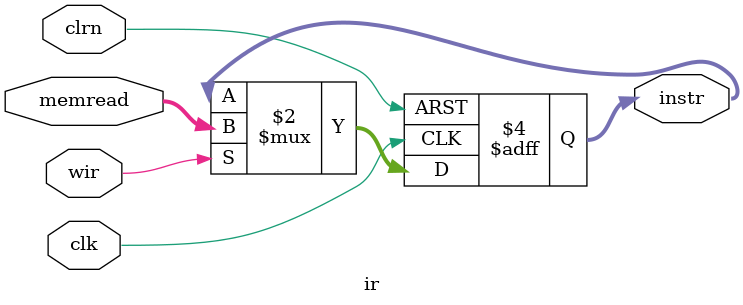
<source format=v>
`timescale 1ns / 1ps

module ir(
    input clk,clrn,wir,
    input [31:0]memread,
    output reg [31:0]instr
);
    always @(posedge clk or posedge clrn) begin
        if (clrn) begin
            instr<=32'b0;
        end else if (wir) begin
            instr<=memread;
        end
    end
endmodule

</source>
